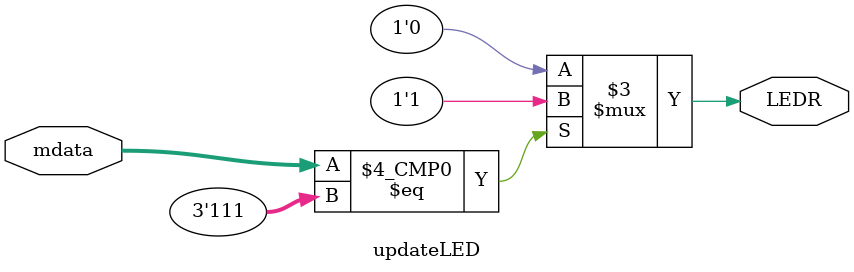
<source format=v>
module lab8_top(KEY,SW,LEDR,HEX0,HEX1,HEX2,HEX3,HEX4,HEX5,CLOCK_50);
input CLOCK_50;
input [3:0] KEY;
input [9:0] SW;
output [9:0] LEDR;
output [6:0] HEX0, HEX1, HEX2, HEX3, HEX4, HEX5;

wire write,write_comp_out,read_comp_out, msel,load_led,check_addr_out,check_cmd_out;
wire check_addr2_out,check_write_out;
wire [15:0] mdata,out,dout;
wire [8:0] mem_addr;
wire [1:0] mem_cmd;
wire[2:0] led_on;
//Assigning value for LEDR[8]
updateLED LEDR_up(LEDR[8],led_on);
//instantiating cpu
cpu CPU(CLOCK_50,~KEY[1],mdata,out,mem_cmd,mem_addr,led_on);

//Instantiating RAM
RAM #(16,9) MEM(CLOCK_50,mem_addr,mem_addr,write,out,dout);

//Assigning value of write
assign write = (write_comp_out & msel);
//Instantiating quality comparators for memory
EqComp #(2)Write_comp(mem_cmd,2'b11,write_comp_out);
EqComp #(2)Read_comp(mem_cmd,2'b00,read_comp_out);
EqComp #(1)HO_bits(mem_addr[8],1'b0,msel);

//tri state driver logic
assign mdata = (msel & read_comp_out) ? dout : {16{1'bz}};

//Rest is I/O device part
//tri-state driver for Input and its accompanying circuit
assign mdata = (check_cmd_out & check_addr_out) ? { {8{1'b0}},SW[7:0]} : {16{1'bz}};
EqComp #(2) check_cmd(mem_cmd,2'b00,check_cmd_out);
EqComp #(9) check_addr(mem_addr,9'b101000000,check_addr_out);

//Logic for output device circuit
LEvdFF #(8) output_register(out[7:0],load_led,CLOCK_50,LEDR[7:0]);
EqComp #(2) check_write(mem_cmd,2'b11,check_write_out);
EqComp #(9) check_addr2(mem_addr,9'b100000000,check_addr2_out);
//Logic for loading Leds
assign load_led = check_addr2_out & check_write_out;

endmodule 

// equality comparator
module EqComp(a, b, eq) ;
  parameter k=8;
  input  [k-1:0] a,b;
  output eq;
  wire   eq;

  assign eq = (a==b) ;
endmodule

//Module for updating LEDR8
module updateLED(LEDR,mdata);
input[2:0] mdata;
output LEDR;
reg LEDR;

always@(*)begin
case(mdata)
3'b111: LEDR = 1'b1; 
default : LEDR = 1'b0;
endcase
end
endmodule

</source>
